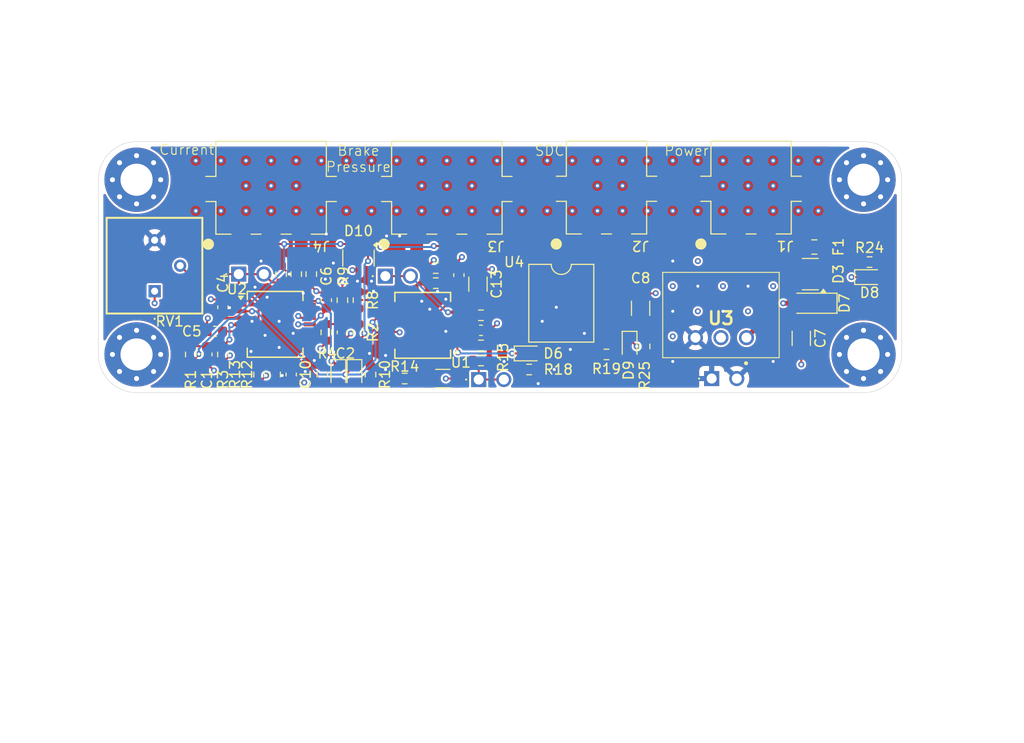
<source format=kicad_pcb>
(kicad_pcb
	(version 20240108)
	(generator "pcbnew")
	(generator_version "8.0")
	(general
		(thickness 1.6)
		(legacy_teardrops no)
	)
	(paper "A4")
	(layers
		(0 "F.Cu" signal)
		(1 "In1.Cu" signal)
		(2 "In2.Cu" signal)
		(31 "B.Cu" signal)
		(32 "B.Adhes" user "B.Adhesive")
		(33 "F.Adhes" user "F.Adhesive")
		(34 "B.Paste" user)
		(35 "F.Paste" user)
		(36 "B.SilkS" user "B.Silkscreen")
		(37 "F.SilkS" user "F.Silkscreen")
		(38 "B.Mask" user)
		(39 "F.Mask" user)
		(40 "Dwgs.User" user "User.Drawings")
		(41 "Cmts.User" user "User.Comments")
		(42 "Eco1.User" user "User.Eco1")
		(43 "Eco2.User" user "User.Eco2")
		(44 "Edge.Cuts" user)
		(45 "Margin" user)
		(46 "B.CrtYd" user "B.Courtyard")
		(47 "F.CrtYd" user "F.Courtyard")
		(48 "B.Fab" user)
		(49 "F.Fab" user)
		(50 "User.1" user)
		(51 "User.2" user)
		(52 "User.3" user)
		(53 "User.4" user)
		(54 "User.5" user)
		(55 "User.6" user)
		(56 "User.7" user)
		(57 "User.8" user)
		(58 "User.9" user)
	)
	(setup
		(stackup
			(layer "F.SilkS"
				(type "Top Silk Screen")
			)
			(layer "F.Paste"
				(type "Top Solder Paste")
			)
			(layer "F.Mask"
				(type "Top Solder Mask")
				(thickness 0.01)
			)
			(layer "F.Cu"
				(type "copper")
				(thickness 0.035)
			)
			(layer "dielectric 1"
				(type "prepreg")
				(thickness 0.1)
				(material "FR4")
				(epsilon_r 4.5)
				(loss_tangent 0.02)
			)
			(layer "In1.Cu"
				(type "copper")
				(thickness 0.035)
			)
			(layer "dielectric 2"
				(type "core")
				(thickness 1.24)
				(material "FR4")
				(epsilon_r 4.5)
				(loss_tangent 0.02)
			)
			(layer "In2.Cu"
				(type "copper")
				(thickness 0.035)
			)
			(layer "dielectric 3"
				(type "prepreg")
				(thickness 0.1)
				(material "FR4")
				(epsilon_r 4.5)
				(loss_tangent 0.02)
			)
			(layer "B.Cu"
				(type "copper")
				(thickness 0.035)
			)
			(layer "B.Mask"
				(type "Bottom Solder Mask")
				(thickness 0.01)
			)
			(layer "B.Paste"
				(type "Bottom Solder Paste")
			)
			(layer "B.SilkS"
				(type "Bottom Silk Screen")
			)
			(copper_finish "None")
			(dielectric_constraints no)
		)
		(pad_to_mask_clearance 0)
		(allow_soldermask_bridges_in_footprints no)
		(pcbplotparams
			(layerselection 0x00010fc_ffffffff)
			(plot_on_all_layers_selection 0x0000000_00000000)
			(disableapertmacros no)
			(usegerberextensions no)
			(usegerberattributes yes)
			(usegerberadvancedattributes yes)
			(creategerberjobfile yes)
			(dashed_line_dash_ratio 12.000000)
			(dashed_line_gap_ratio 3.000000)
			(svgprecision 4)
			(plotframeref no)
			(viasonmask no)
			(mode 1)
			(useauxorigin no)
			(hpglpennumber 1)
			(hpglpenspeed 20)
			(hpglpendiameter 15.000000)
			(pdf_front_fp_property_popups yes)
			(pdf_back_fp_property_popups yes)
			(dxfpolygonmode yes)
			(dxfimperialunits yes)
			(dxfusepcbnewfont yes)
			(psnegative no)
			(psa4output no)
			(plotreference yes)
			(plotvalue yes)
			(plotfptext yes)
			(plotinvisibletext no)
			(sketchpadsonfab no)
			(subtractmaskfromsilk no)
			(outputformat 1)
			(mirror no)
			(drillshape 1)
			(scaleselection 1)
			(outputdirectory "")
		)
	)
	(net 0 "")
	(net 1 "GND")
	(net 2 "+5V")
	(net 3 "/Current_ref")
	(net 4 "/Brake_ref")
	(net 5 "Net-(D3-K)")
	(net 6 "/Low_Ref")
	(net 7 "Net-(U1A--)")
	(net 8 "/Error_Sig")
	(net 9 "Net-(D4-K)")
	(net 10 "Net-(D4-A)")
	(net 11 "Net-(D5-A)")
	(net 12 "Net-(D5-K)")
	(net 13 "Net-(D6-K)")
	(net 14 "Net-(D6-A)")
	(net 15 "Net-(D8-A)")
	(net 16 "Net-(D9-A)")
	(net 17 "+24V")
	(net 18 "/Current_Sensor")
	(net 19 "/Break_Pressure_Sensor")
	(net 20 "/SDC_In")
	(net 21 "/SDC_Out")
	(net 22 "Net-(R6-Pad2)")
	(net 23 "Net-(R14-Pad2)")
	(net 24 "/EndRef")
	(net 25 "Net-(R19-Pad2)")
	(net 26 "Net-(R20-Pad2)")
	(net 27 "unconnected-(U4-Pad3)")
	(net 28 "unconnected-(U4-Pad5)")
	(net 29 "Net-(U2A--)")
	(net 30 "Net-(U2C--)")
	(net 31 "Net-(D3-A)")
	(footprint "Resistor_SMD:R_0603_1608Metric" (layer "F.Cu") (at 102.3 100.7 180))
	(footprint "FaSTTUBe_connectors:Micro_Mate-N-Lok_3p_horizontal" (layer "F.Cu") (at 89 81.82 180))
	(footprint "MountingHole:MountingHole_3.2mm_M3_Pad_Via" (layer "F.Cu") (at 148 80.9))
	(footprint "Capacitor_SMD:C_0603_1608Metric" (layer "F.Cu") (at 83.4 96 180))
	(footprint "Package_SO:SSOP-14_5.3x6.2mm_P0.65mm" (layer "F.Cu") (at 89.4 95.3))
	(footprint "Resistor_SMD:R_0603_1608Metric" (layer "F.Cu") (at 109.9 97.4 180))
	(footprint "bspd:5025" (layer "F.Cu") (at 85.775 90.3))
	(footprint "Resistor_SMD:R_0603_1608Metric" (layer "F.Cu") (at 89.4 100.3 90))
	(footprint "FaSTTUBe_connectors:Micro_Mate-N-Lok_3p_horizontal" (layer "F.Cu") (at 106.5 81.82 180))
	(footprint "Resistor_SMD:R_0603_1608Metric" (layer "F.Cu") (at 96.1 92.9 90))
	(footprint "MountingHole:MountingHole_3.2mm_M3_Pad_Via" (layer "F.Cu") (at 148 98.3))
	(footprint "Capacitor_SMD:C_0603_1608Metric" (layer "F.Cu") (at 109.9 95.9 180))
	(footprint "FaSTTUBe_connectors:Micro_Mate-N-Lok_2p_horizontal" (layer "F.Cu") (at 136.8 81.8 180))
	(footprint "Package_DIP:SMDIP-6_W9.53mm" (layer "F.Cu") (at 117.9 93.2))
	(footprint "Resistor_SMD:R_0603_1608Metric" (layer "F.Cu") (at 148.6 89.1))
	(footprint "Resistor_SMD:R_0603_1608Metric" (layer "F.Cu") (at 81 98.3 -90))
	(footprint "Capacitor_SMD:C_0603_1608Metric" (layer "F.Cu") (at 91 100.3 -90))
	(footprint "bspd:5025" (layer "F.Cu") (at 100.375 90.5))
	(footprint "Resistor_SMD:R_0603_1608Metric" (layer "F.Cu") (at 94.1 100.3 -90))
	(footprint "Resistor_SMD:R_0603_1608Metric" (layer "F.Cu") (at 91.5 90.3 90))
	(footprint "Diode_SMD:D_SOD-123" (layer "F.Cu") (at 143 93.2 180))
	(footprint "Fuse:Fuse_0805_2012Metric" (layer "F.Cu") (at 143.1 87.6))
	(footprint "Capacitor_SMD:C_1206_3216Metric" (layer "F.Cu") (at 109.6 91.3 -90))
	(footprint "Resistor_SMD:R_0603_1608Metric" (layer "F.Cu") (at 87.8 100.3 -90))
	(footprint "Resistor_SMD:R_0603_1608Metric" (layer "F.Cu") (at 90 90.3 -90))
	(footprint "Capacitor_SMD:C_0603_1608Metric" (layer "F.Cu") (at 96.1 96.1 -90))
	(footprint "Package_TO_SOT_SMD:SOT-23-3" (layer "F.Cu") (at 97.7 88.7 -90))
	(footprint "Resistor_SMD:R_0603_1608Metric" (layer "F.Cu") (at 105.4 89.7 180))
	(footprint "MountingHole:MountingHole_3.2mm_M3_Pad_Via" (layer "F.Cu") (at 75.6 98.3))
	(footprint "Diode_SMD:D_0603_1608Metric" (layer "F.Cu") (at 114.7 98.2))
	(footprint "Resistor_SMD:R_0603_1608Metric" (layer "F.Cu") (at 109.9 98.9 180))
	(footprint "Resistor_SMD:R_0603_1608Metric" (layer "F.Cu") (at 97.7 92.9 -90))
	(footprint "bspd:5025" (layer "F.Cu") (at 132.875 100.7))
	(footprint "Resistor_SMD:R_0603_1608Metric" (layer "F.Cu") (at 84.2 98.3 -90))
	(footprint "Resistor_SMD:R_0603_1608Metric" (layer "F.Cu") (at 109.9 94.4))
	(footprint "bspd:173010542" (layer "F.Cu") (at 133.8 94.7 180))
	(footprint "Package_SO:SSOP-14_5.3x6.2mm_P0.65mm" (layer "F.Cu") (at 104.1 95.4 180))
	(footprint "Resistor_SMD:R_0603_1608Metric" (layer "F.Cu") (at 94.5 96.1 -90))
	(footprint "Resistor_SMD:R_0603_1608Metric" (layer "F.Cu") (at 114.7 99.8 180))
	(footprint "LED_SMD:LED_0603_1608Metric" (layer "F.Cu") (at 97.3 100.3 -90))
	(footprint "Resistor_SMD:R_0603_1608Metric" (layer "F.Cu") (at 93 90.3 -90))
	(footprint "Capacitor_SMD:C_1206_3216Metric"
		(layer "F.Cu")
		(uuid "b264ea95-e358-40bd-81c0-16a7cf0e8e17")
		(at 106.1 100.7 180)
		(descr "Capacitor SMD 1206 (3216 Metric), square (rectangular) end terminal, IPC_7351 nominal, (Body size source: IPC-SM-782 page 76, https://www.pcb-3d.com/wordpress/wp-content/uploads/ipc-sm-782a_amendment_1_and_2.pdf), generated with kicad-footprint-generator")
		(tags "capacitor")
		(property "Reference" "C12"
			(at 0.8 -2.4 0)
			(layer "F.SilkS")
			(hide yes)
			(uuid "6e99f1e4-1cfa-45cc-a58e-07bf8c6d300c")
			(effects
				(font
					(size 1 1)
					(thickness 0.15)
				)
			)
		)
		(property "Value" "10uF"
			(at 0 1.85 0)
			(layer "F.Fab")
			(uuid "b4eb662f-e1e8-44df-a537-f9a23146f039")
			(effects
				(font
					(size 1 1)
					(thickness 0.15)
				)
			)
		)
		(property "Footprint" "Capacitor_SMD:C_1206_3216Metric"
			(at 0 0 180)
			(unlocked yes)
			(layer "F.Fab")
			(hide yes)
			(uuid "00e452b3-5474-4768-9f66-7acffed1775b")
			(effects
				(font
					(size 1.27 1.27)
					(thickness 0.15)
				)
			)
		)
		(property "Datasheet" ""
			(at 0 0 180)
			(unlocked yes)
			(layer "F.Fab")
			(hide yes)
			(uuid "28fd2d9a-3835-4a0e-b501-4594c6a14112")
			(effects
				(font
					(size 1.27 1.27)
					(thickness 0.15)
				)
			)
		)
		(property "Description" ""
			(at 0 0 180)
			(unlocked yes)
			(layer "F.Fab")
			(hide yes)
			(uuid "e92687b5-0950-43d3-9e91-8c493fee1de7")
			(effects
				(font
					(size 1.27 1.27)
					(thickness 0.15)
				
... [630505 chars truncated]
</source>
